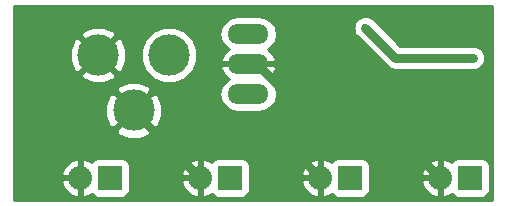
<source format=gbl>
G04 #@! TF.FileFunction,Copper,L2,Bot,Signal*
%FSLAX46Y46*%
G04 Gerber Fmt 4.6, Leading zero omitted, Abs format (unit mm)*
G04 Created by KiCad (PCBNEW 4.0.1-3.201512221402+6198~38~ubuntu14.04.1-stable) date Mon 09 May 2016 07:42:58 PM PDT*
%MOMM*%
G01*
G04 APERTURE LIST*
%ADD10C,0.100000*%
%ADD11R,2.032000X2.032000*%
%ADD12O,2.032000X2.032000*%
%ADD13C,3.500120*%
%ADD14O,3.500120X1.699260*%
%ADD15C,0.685800*%
%ADD16C,0.762000*%
%ADD17C,0.254000*%
G04 APERTURE END LIST*
D10*
D11*
X106680000Y-101600000D03*
D12*
X104140000Y-101600000D03*
D11*
X116840000Y-101600000D03*
D12*
X114300000Y-101600000D03*
D11*
X127000000Y-101600000D03*
D12*
X124460000Y-101600000D03*
D11*
X137160000Y-101600000D03*
D12*
X134620000Y-101600000D03*
D13*
X111663480Y-91186000D03*
X105664000Y-91186000D03*
X108663740Y-95885000D03*
D14*
X118364000Y-91948000D03*
X118364000Y-89408000D03*
X118364000Y-94488000D03*
D15*
X138430000Y-88900000D03*
X130810000Y-97790000D03*
X137414000Y-91440000D03*
X128270000Y-88900000D03*
X134620000Y-91440000D03*
D16*
X122808999Y-97790000D02*
X122808999Y-95639889D01*
X122808999Y-99948999D02*
X122808999Y-97790000D01*
X122808999Y-97790000D02*
X130810000Y-97790000D01*
X130810000Y-97790000D02*
X134620000Y-101600000D01*
X124460000Y-101600000D02*
X122808999Y-99948999D01*
X122808999Y-95639889D02*
X119117110Y-91948000D01*
X119117110Y-91948000D02*
X118618000Y-91948000D01*
X114300000Y-101600000D02*
X111760000Y-99060000D01*
X111760000Y-99060000D02*
X108663740Y-95963740D01*
X118618000Y-91948000D02*
X118118890Y-91948000D01*
X111760000Y-98306890D02*
X111760000Y-99060000D01*
X108663740Y-95963740D02*
X108663740Y-95885000D01*
X137160000Y-91440000D02*
X137414000Y-91440000D01*
X134620000Y-91440000D02*
X137160000Y-91440000D01*
X134620000Y-91440000D02*
X130810000Y-91440000D01*
X130810000Y-91440000D02*
X128270000Y-88900000D01*
D17*
G36*
X138990000Y-103430000D02*
X98500000Y-103430000D01*
X98500000Y-101982946D01*
X102534017Y-101982946D01*
X102802812Y-102568379D01*
X103275182Y-103006385D01*
X103757056Y-103205975D01*
X104013000Y-103086836D01*
X104013000Y-101727000D01*
X102652633Y-101727000D01*
X102534017Y-101982946D01*
X98500000Y-101982946D01*
X98500000Y-101217054D01*
X102534017Y-101217054D01*
X102652633Y-101473000D01*
X104013000Y-101473000D01*
X104013000Y-100113164D01*
X104267000Y-100113164D01*
X104267000Y-101473000D01*
X104287000Y-101473000D01*
X104287000Y-101727000D01*
X104267000Y-101727000D01*
X104267000Y-103086836D01*
X104522944Y-103205975D01*
X105004818Y-103006385D01*
X105102398Y-102915903D01*
X105199910Y-103067441D01*
X105412110Y-103212431D01*
X105664000Y-103263440D01*
X107696000Y-103263440D01*
X107931317Y-103219162D01*
X108147441Y-103080090D01*
X108292431Y-102867890D01*
X108343440Y-102616000D01*
X108343440Y-101982946D01*
X112694017Y-101982946D01*
X112962812Y-102568379D01*
X113435182Y-103006385D01*
X113917056Y-103205975D01*
X114173000Y-103086836D01*
X114173000Y-101727000D01*
X112812633Y-101727000D01*
X112694017Y-101982946D01*
X108343440Y-101982946D01*
X108343440Y-101217054D01*
X112694017Y-101217054D01*
X112812633Y-101473000D01*
X114173000Y-101473000D01*
X114173000Y-100113164D01*
X114427000Y-100113164D01*
X114427000Y-101473000D01*
X114447000Y-101473000D01*
X114447000Y-101727000D01*
X114427000Y-101727000D01*
X114427000Y-103086836D01*
X114682944Y-103205975D01*
X115164818Y-103006385D01*
X115262398Y-102915903D01*
X115359910Y-103067441D01*
X115572110Y-103212431D01*
X115824000Y-103263440D01*
X117856000Y-103263440D01*
X118091317Y-103219162D01*
X118307441Y-103080090D01*
X118452431Y-102867890D01*
X118503440Y-102616000D01*
X118503440Y-101982946D01*
X122854017Y-101982946D01*
X123122812Y-102568379D01*
X123595182Y-103006385D01*
X124077056Y-103205975D01*
X124333000Y-103086836D01*
X124333000Y-101727000D01*
X122972633Y-101727000D01*
X122854017Y-101982946D01*
X118503440Y-101982946D01*
X118503440Y-101217054D01*
X122854017Y-101217054D01*
X122972633Y-101473000D01*
X124333000Y-101473000D01*
X124333000Y-100113164D01*
X124587000Y-100113164D01*
X124587000Y-101473000D01*
X124607000Y-101473000D01*
X124607000Y-101727000D01*
X124587000Y-101727000D01*
X124587000Y-103086836D01*
X124842944Y-103205975D01*
X125324818Y-103006385D01*
X125422398Y-102915903D01*
X125519910Y-103067441D01*
X125732110Y-103212431D01*
X125984000Y-103263440D01*
X128016000Y-103263440D01*
X128251317Y-103219162D01*
X128467441Y-103080090D01*
X128612431Y-102867890D01*
X128663440Y-102616000D01*
X128663440Y-101982946D01*
X133014017Y-101982946D01*
X133282812Y-102568379D01*
X133755182Y-103006385D01*
X134237056Y-103205975D01*
X134493000Y-103086836D01*
X134493000Y-101727000D01*
X133132633Y-101727000D01*
X133014017Y-101982946D01*
X128663440Y-101982946D01*
X128663440Y-101217054D01*
X133014017Y-101217054D01*
X133132633Y-101473000D01*
X134493000Y-101473000D01*
X134493000Y-100113164D01*
X134747000Y-100113164D01*
X134747000Y-101473000D01*
X134767000Y-101473000D01*
X134767000Y-101727000D01*
X134747000Y-101727000D01*
X134747000Y-103086836D01*
X135002944Y-103205975D01*
X135484818Y-103006385D01*
X135582398Y-102915903D01*
X135679910Y-103067441D01*
X135892110Y-103212431D01*
X136144000Y-103263440D01*
X138176000Y-103263440D01*
X138411317Y-103219162D01*
X138627441Y-103080090D01*
X138772431Y-102867890D01*
X138823440Y-102616000D01*
X138823440Y-100584000D01*
X138779162Y-100348683D01*
X138640090Y-100132559D01*
X138427890Y-99987569D01*
X138176000Y-99936560D01*
X136144000Y-99936560D01*
X135908683Y-99980838D01*
X135692559Y-100119910D01*
X135581160Y-100282948D01*
X135484818Y-100193615D01*
X135002944Y-99994025D01*
X134747000Y-100113164D01*
X134493000Y-100113164D01*
X134237056Y-99994025D01*
X133755182Y-100193615D01*
X133282812Y-100631621D01*
X133014017Y-101217054D01*
X128663440Y-101217054D01*
X128663440Y-100584000D01*
X128619162Y-100348683D01*
X128480090Y-100132559D01*
X128267890Y-99987569D01*
X128016000Y-99936560D01*
X125984000Y-99936560D01*
X125748683Y-99980838D01*
X125532559Y-100119910D01*
X125421160Y-100282948D01*
X125324818Y-100193615D01*
X124842944Y-99994025D01*
X124587000Y-100113164D01*
X124333000Y-100113164D01*
X124077056Y-99994025D01*
X123595182Y-100193615D01*
X123122812Y-100631621D01*
X122854017Y-101217054D01*
X118503440Y-101217054D01*
X118503440Y-100584000D01*
X118459162Y-100348683D01*
X118320090Y-100132559D01*
X118107890Y-99987569D01*
X117856000Y-99936560D01*
X115824000Y-99936560D01*
X115588683Y-99980838D01*
X115372559Y-100119910D01*
X115261160Y-100282948D01*
X115164818Y-100193615D01*
X114682944Y-99994025D01*
X114427000Y-100113164D01*
X114173000Y-100113164D01*
X113917056Y-99994025D01*
X113435182Y-100193615D01*
X112962812Y-100631621D01*
X112694017Y-101217054D01*
X108343440Y-101217054D01*
X108343440Y-100584000D01*
X108299162Y-100348683D01*
X108160090Y-100132559D01*
X107947890Y-99987569D01*
X107696000Y-99936560D01*
X105664000Y-99936560D01*
X105428683Y-99980838D01*
X105212559Y-100119910D01*
X105101160Y-100282948D01*
X105004818Y-100193615D01*
X104522944Y-99994025D01*
X104267000Y-100113164D01*
X104013000Y-100113164D01*
X103757056Y-99994025D01*
X103275182Y-100193615D01*
X102802812Y-100631621D01*
X102534017Y-101217054D01*
X98500000Y-101217054D01*
X98500000Y-97579571D01*
X107148774Y-97579571D01*
X107339068Y-97924319D01*
X108220316Y-98276015D01*
X109169072Y-98263701D01*
X109988412Y-97924319D01*
X110178706Y-97579571D01*
X108663740Y-96064605D01*
X107148774Y-97579571D01*
X98500000Y-97579571D01*
X98500000Y-95441576D01*
X106272725Y-95441576D01*
X106285039Y-96390332D01*
X106624421Y-97209672D01*
X106969169Y-97399966D01*
X108484135Y-95885000D01*
X108843345Y-95885000D01*
X110358311Y-97399966D01*
X110703059Y-97209672D01*
X111054755Y-96328424D01*
X111042441Y-95379668D01*
X110703059Y-94560328D01*
X110572026Y-94488000D01*
X115932214Y-94488000D01*
X116045225Y-95056143D01*
X116367052Y-95537792D01*
X116848701Y-95859619D01*
X117416844Y-95972630D01*
X119311156Y-95972630D01*
X119879299Y-95859619D01*
X120360948Y-95537792D01*
X120682775Y-95056143D01*
X120795786Y-94488000D01*
X120682775Y-93919857D01*
X120360948Y-93438208D01*
X120023127Y-93212484D01*
X120404024Y-92907989D01*
X120684649Y-92398810D01*
X120705540Y-92304832D01*
X120584214Y-92075000D01*
X118491000Y-92075000D01*
X118491000Y-92095000D01*
X118237000Y-92095000D01*
X118237000Y-92075000D01*
X116143786Y-92075000D01*
X116022460Y-92304832D01*
X116043351Y-92398810D01*
X116323976Y-92907989D01*
X116704873Y-93212484D01*
X116367052Y-93438208D01*
X116045225Y-93919857D01*
X115932214Y-94488000D01*
X110572026Y-94488000D01*
X110358311Y-94370034D01*
X108843345Y-95885000D01*
X108484135Y-95885000D01*
X106969169Y-94370034D01*
X106624421Y-94560328D01*
X106272725Y-95441576D01*
X98500000Y-95441576D01*
X98500000Y-94190429D01*
X107148774Y-94190429D01*
X108663740Y-95705395D01*
X110178706Y-94190429D01*
X109988412Y-93845681D01*
X109107164Y-93493985D01*
X108158408Y-93506299D01*
X107339068Y-93845681D01*
X107148774Y-94190429D01*
X98500000Y-94190429D01*
X98500000Y-92880571D01*
X104149034Y-92880571D01*
X104339328Y-93225319D01*
X105220576Y-93577015D01*
X106169332Y-93564701D01*
X106988672Y-93225319D01*
X107178966Y-92880571D01*
X105664000Y-91365605D01*
X104149034Y-92880571D01*
X98500000Y-92880571D01*
X98500000Y-90742576D01*
X103272985Y-90742576D01*
X103285299Y-91691332D01*
X103624681Y-92510672D01*
X103969429Y-92700966D01*
X105484395Y-91186000D01*
X105843605Y-91186000D01*
X107358571Y-92700966D01*
X107703319Y-92510672D01*
X108043476Y-91658336D01*
X109278007Y-91658336D01*
X109640346Y-92535263D01*
X110310688Y-93206776D01*
X111186981Y-93570645D01*
X112135816Y-93571473D01*
X113012743Y-93209134D01*
X113684256Y-92538792D01*
X114048125Y-91662499D01*
X114048953Y-90713664D01*
X113686614Y-89836737D01*
X113258625Y-89408000D01*
X115932214Y-89408000D01*
X116045225Y-89976143D01*
X116367052Y-90457792D01*
X116704873Y-90683516D01*
X116323976Y-90988011D01*
X116043351Y-91497190D01*
X116022460Y-91591168D01*
X116143786Y-91821000D01*
X118237000Y-91821000D01*
X118237000Y-91801000D01*
X118491000Y-91801000D01*
X118491000Y-91821000D01*
X120584214Y-91821000D01*
X120705540Y-91591168D01*
X120684649Y-91497190D01*
X120404024Y-90988011D01*
X120023127Y-90683516D01*
X120360948Y-90457792D01*
X120682775Y-89976143D01*
X120795786Y-89408000D01*
X120694739Y-88900000D01*
X127254001Y-88900000D01*
X127291934Y-89090704D01*
X127291931Y-89093663D01*
X127293071Y-89096422D01*
X127331338Y-89288807D01*
X127439362Y-89450476D01*
X127440493Y-89453212D01*
X127442603Y-89455326D01*
X127551580Y-89618420D01*
X130091579Y-92158420D01*
X130310700Y-92304832D01*
X130421194Y-92378662D01*
X130810000Y-92456000D01*
X137414000Y-92456000D01*
X137604706Y-92418066D01*
X137607663Y-92418069D01*
X137610420Y-92416930D01*
X137802806Y-92378662D01*
X137964474Y-92270638D01*
X137967212Y-92269507D01*
X137969327Y-92267396D01*
X138132420Y-92158420D01*
X138240444Y-91996751D01*
X138242540Y-91994659D01*
X138243686Y-91991900D01*
X138352662Y-91828806D01*
X138390595Y-91638104D01*
X138391730Y-91635370D01*
X138391733Y-91632384D01*
X138430000Y-91440000D01*
X138392066Y-91249294D01*
X138392069Y-91246337D01*
X138390930Y-91243580D01*
X138352662Y-91051194D01*
X138244638Y-90889526D01*
X138243507Y-90886788D01*
X138241396Y-90884673D01*
X138132420Y-90721580D01*
X137970751Y-90613556D01*
X137968659Y-90611460D01*
X137965900Y-90610314D01*
X137802806Y-90501338D01*
X137612104Y-90463405D01*
X137609370Y-90462270D01*
X137606384Y-90462267D01*
X137414000Y-90424000D01*
X131230841Y-90424000D01*
X128988420Y-88181580D01*
X128826750Y-88073555D01*
X128824659Y-88071460D01*
X128821901Y-88070315D01*
X128658807Y-87961338D01*
X128468105Y-87923406D01*
X128465370Y-87922270D01*
X128462382Y-87922267D01*
X128270000Y-87884001D01*
X128079296Y-87921934D01*
X128076337Y-87921931D01*
X128073578Y-87923071D01*
X127881193Y-87961338D01*
X127719524Y-88069362D01*
X127716788Y-88070493D01*
X127714674Y-88072603D01*
X127551580Y-88181580D01*
X127443555Y-88343250D01*
X127441460Y-88345341D01*
X127440315Y-88348099D01*
X127331338Y-88511193D01*
X127293406Y-88701895D01*
X127292270Y-88704630D01*
X127292267Y-88707618D01*
X127254001Y-88900000D01*
X120694739Y-88900000D01*
X120682775Y-88839857D01*
X120360948Y-88358208D01*
X119879299Y-88036381D01*
X119311156Y-87923370D01*
X117416844Y-87923370D01*
X116848701Y-88036381D01*
X116367052Y-88358208D01*
X116045225Y-88839857D01*
X115932214Y-89408000D01*
X113258625Y-89408000D01*
X113016272Y-89165224D01*
X112139979Y-88801355D01*
X111191144Y-88800527D01*
X110314217Y-89162866D01*
X109642704Y-89833208D01*
X109278835Y-90709501D01*
X109278007Y-91658336D01*
X108043476Y-91658336D01*
X108055015Y-91629424D01*
X108042701Y-90680668D01*
X107703319Y-89861328D01*
X107358571Y-89671034D01*
X105843605Y-91186000D01*
X105484395Y-91186000D01*
X103969429Y-89671034D01*
X103624681Y-89861328D01*
X103272985Y-90742576D01*
X98500000Y-90742576D01*
X98500000Y-89491429D01*
X104149034Y-89491429D01*
X105664000Y-91006395D01*
X107178966Y-89491429D01*
X106988672Y-89146681D01*
X106107424Y-88794985D01*
X105158668Y-88807299D01*
X104339328Y-89146681D01*
X104149034Y-89491429D01*
X98500000Y-89491429D01*
X98500000Y-87070000D01*
X138990000Y-87070000D01*
X138990000Y-103430000D01*
X138990000Y-103430000D01*
G37*
X138990000Y-103430000D02*
X98500000Y-103430000D01*
X98500000Y-101982946D01*
X102534017Y-101982946D01*
X102802812Y-102568379D01*
X103275182Y-103006385D01*
X103757056Y-103205975D01*
X104013000Y-103086836D01*
X104013000Y-101727000D01*
X102652633Y-101727000D01*
X102534017Y-101982946D01*
X98500000Y-101982946D01*
X98500000Y-101217054D01*
X102534017Y-101217054D01*
X102652633Y-101473000D01*
X104013000Y-101473000D01*
X104013000Y-100113164D01*
X104267000Y-100113164D01*
X104267000Y-101473000D01*
X104287000Y-101473000D01*
X104287000Y-101727000D01*
X104267000Y-101727000D01*
X104267000Y-103086836D01*
X104522944Y-103205975D01*
X105004818Y-103006385D01*
X105102398Y-102915903D01*
X105199910Y-103067441D01*
X105412110Y-103212431D01*
X105664000Y-103263440D01*
X107696000Y-103263440D01*
X107931317Y-103219162D01*
X108147441Y-103080090D01*
X108292431Y-102867890D01*
X108343440Y-102616000D01*
X108343440Y-101982946D01*
X112694017Y-101982946D01*
X112962812Y-102568379D01*
X113435182Y-103006385D01*
X113917056Y-103205975D01*
X114173000Y-103086836D01*
X114173000Y-101727000D01*
X112812633Y-101727000D01*
X112694017Y-101982946D01*
X108343440Y-101982946D01*
X108343440Y-101217054D01*
X112694017Y-101217054D01*
X112812633Y-101473000D01*
X114173000Y-101473000D01*
X114173000Y-100113164D01*
X114427000Y-100113164D01*
X114427000Y-101473000D01*
X114447000Y-101473000D01*
X114447000Y-101727000D01*
X114427000Y-101727000D01*
X114427000Y-103086836D01*
X114682944Y-103205975D01*
X115164818Y-103006385D01*
X115262398Y-102915903D01*
X115359910Y-103067441D01*
X115572110Y-103212431D01*
X115824000Y-103263440D01*
X117856000Y-103263440D01*
X118091317Y-103219162D01*
X118307441Y-103080090D01*
X118452431Y-102867890D01*
X118503440Y-102616000D01*
X118503440Y-101982946D01*
X122854017Y-101982946D01*
X123122812Y-102568379D01*
X123595182Y-103006385D01*
X124077056Y-103205975D01*
X124333000Y-103086836D01*
X124333000Y-101727000D01*
X122972633Y-101727000D01*
X122854017Y-101982946D01*
X118503440Y-101982946D01*
X118503440Y-101217054D01*
X122854017Y-101217054D01*
X122972633Y-101473000D01*
X124333000Y-101473000D01*
X124333000Y-100113164D01*
X124587000Y-100113164D01*
X124587000Y-101473000D01*
X124607000Y-101473000D01*
X124607000Y-101727000D01*
X124587000Y-101727000D01*
X124587000Y-103086836D01*
X124842944Y-103205975D01*
X125324818Y-103006385D01*
X125422398Y-102915903D01*
X125519910Y-103067441D01*
X125732110Y-103212431D01*
X125984000Y-103263440D01*
X128016000Y-103263440D01*
X128251317Y-103219162D01*
X128467441Y-103080090D01*
X128612431Y-102867890D01*
X128663440Y-102616000D01*
X128663440Y-101982946D01*
X133014017Y-101982946D01*
X133282812Y-102568379D01*
X133755182Y-103006385D01*
X134237056Y-103205975D01*
X134493000Y-103086836D01*
X134493000Y-101727000D01*
X133132633Y-101727000D01*
X133014017Y-101982946D01*
X128663440Y-101982946D01*
X128663440Y-101217054D01*
X133014017Y-101217054D01*
X133132633Y-101473000D01*
X134493000Y-101473000D01*
X134493000Y-100113164D01*
X134747000Y-100113164D01*
X134747000Y-101473000D01*
X134767000Y-101473000D01*
X134767000Y-101727000D01*
X134747000Y-101727000D01*
X134747000Y-103086836D01*
X135002944Y-103205975D01*
X135484818Y-103006385D01*
X135582398Y-102915903D01*
X135679910Y-103067441D01*
X135892110Y-103212431D01*
X136144000Y-103263440D01*
X138176000Y-103263440D01*
X138411317Y-103219162D01*
X138627441Y-103080090D01*
X138772431Y-102867890D01*
X138823440Y-102616000D01*
X138823440Y-100584000D01*
X138779162Y-100348683D01*
X138640090Y-100132559D01*
X138427890Y-99987569D01*
X138176000Y-99936560D01*
X136144000Y-99936560D01*
X135908683Y-99980838D01*
X135692559Y-100119910D01*
X135581160Y-100282948D01*
X135484818Y-100193615D01*
X135002944Y-99994025D01*
X134747000Y-100113164D01*
X134493000Y-100113164D01*
X134237056Y-99994025D01*
X133755182Y-100193615D01*
X133282812Y-100631621D01*
X133014017Y-101217054D01*
X128663440Y-101217054D01*
X128663440Y-100584000D01*
X128619162Y-100348683D01*
X128480090Y-100132559D01*
X128267890Y-99987569D01*
X128016000Y-99936560D01*
X125984000Y-99936560D01*
X125748683Y-99980838D01*
X125532559Y-100119910D01*
X125421160Y-100282948D01*
X125324818Y-100193615D01*
X124842944Y-99994025D01*
X124587000Y-100113164D01*
X124333000Y-100113164D01*
X124077056Y-99994025D01*
X123595182Y-100193615D01*
X123122812Y-100631621D01*
X122854017Y-101217054D01*
X118503440Y-101217054D01*
X118503440Y-100584000D01*
X118459162Y-100348683D01*
X118320090Y-100132559D01*
X118107890Y-99987569D01*
X117856000Y-99936560D01*
X115824000Y-99936560D01*
X115588683Y-99980838D01*
X115372559Y-100119910D01*
X115261160Y-100282948D01*
X115164818Y-100193615D01*
X114682944Y-99994025D01*
X114427000Y-100113164D01*
X114173000Y-100113164D01*
X113917056Y-99994025D01*
X113435182Y-100193615D01*
X112962812Y-100631621D01*
X112694017Y-101217054D01*
X108343440Y-101217054D01*
X108343440Y-100584000D01*
X108299162Y-100348683D01*
X108160090Y-100132559D01*
X107947890Y-99987569D01*
X107696000Y-99936560D01*
X105664000Y-99936560D01*
X105428683Y-99980838D01*
X105212559Y-100119910D01*
X105101160Y-100282948D01*
X105004818Y-100193615D01*
X104522944Y-99994025D01*
X104267000Y-100113164D01*
X104013000Y-100113164D01*
X103757056Y-99994025D01*
X103275182Y-100193615D01*
X102802812Y-100631621D01*
X102534017Y-101217054D01*
X98500000Y-101217054D01*
X98500000Y-97579571D01*
X107148774Y-97579571D01*
X107339068Y-97924319D01*
X108220316Y-98276015D01*
X109169072Y-98263701D01*
X109988412Y-97924319D01*
X110178706Y-97579571D01*
X108663740Y-96064605D01*
X107148774Y-97579571D01*
X98500000Y-97579571D01*
X98500000Y-95441576D01*
X106272725Y-95441576D01*
X106285039Y-96390332D01*
X106624421Y-97209672D01*
X106969169Y-97399966D01*
X108484135Y-95885000D01*
X108843345Y-95885000D01*
X110358311Y-97399966D01*
X110703059Y-97209672D01*
X111054755Y-96328424D01*
X111042441Y-95379668D01*
X110703059Y-94560328D01*
X110572026Y-94488000D01*
X115932214Y-94488000D01*
X116045225Y-95056143D01*
X116367052Y-95537792D01*
X116848701Y-95859619D01*
X117416844Y-95972630D01*
X119311156Y-95972630D01*
X119879299Y-95859619D01*
X120360948Y-95537792D01*
X120682775Y-95056143D01*
X120795786Y-94488000D01*
X120682775Y-93919857D01*
X120360948Y-93438208D01*
X120023127Y-93212484D01*
X120404024Y-92907989D01*
X120684649Y-92398810D01*
X120705540Y-92304832D01*
X120584214Y-92075000D01*
X118491000Y-92075000D01*
X118491000Y-92095000D01*
X118237000Y-92095000D01*
X118237000Y-92075000D01*
X116143786Y-92075000D01*
X116022460Y-92304832D01*
X116043351Y-92398810D01*
X116323976Y-92907989D01*
X116704873Y-93212484D01*
X116367052Y-93438208D01*
X116045225Y-93919857D01*
X115932214Y-94488000D01*
X110572026Y-94488000D01*
X110358311Y-94370034D01*
X108843345Y-95885000D01*
X108484135Y-95885000D01*
X106969169Y-94370034D01*
X106624421Y-94560328D01*
X106272725Y-95441576D01*
X98500000Y-95441576D01*
X98500000Y-94190429D01*
X107148774Y-94190429D01*
X108663740Y-95705395D01*
X110178706Y-94190429D01*
X109988412Y-93845681D01*
X109107164Y-93493985D01*
X108158408Y-93506299D01*
X107339068Y-93845681D01*
X107148774Y-94190429D01*
X98500000Y-94190429D01*
X98500000Y-92880571D01*
X104149034Y-92880571D01*
X104339328Y-93225319D01*
X105220576Y-93577015D01*
X106169332Y-93564701D01*
X106988672Y-93225319D01*
X107178966Y-92880571D01*
X105664000Y-91365605D01*
X104149034Y-92880571D01*
X98500000Y-92880571D01*
X98500000Y-90742576D01*
X103272985Y-90742576D01*
X103285299Y-91691332D01*
X103624681Y-92510672D01*
X103969429Y-92700966D01*
X105484395Y-91186000D01*
X105843605Y-91186000D01*
X107358571Y-92700966D01*
X107703319Y-92510672D01*
X108043476Y-91658336D01*
X109278007Y-91658336D01*
X109640346Y-92535263D01*
X110310688Y-93206776D01*
X111186981Y-93570645D01*
X112135816Y-93571473D01*
X113012743Y-93209134D01*
X113684256Y-92538792D01*
X114048125Y-91662499D01*
X114048953Y-90713664D01*
X113686614Y-89836737D01*
X113258625Y-89408000D01*
X115932214Y-89408000D01*
X116045225Y-89976143D01*
X116367052Y-90457792D01*
X116704873Y-90683516D01*
X116323976Y-90988011D01*
X116043351Y-91497190D01*
X116022460Y-91591168D01*
X116143786Y-91821000D01*
X118237000Y-91821000D01*
X118237000Y-91801000D01*
X118491000Y-91801000D01*
X118491000Y-91821000D01*
X120584214Y-91821000D01*
X120705540Y-91591168D01*
X120684649Y-91497190D01*
X120404024Y-90988011D01*
X120023127Y-90683516D01*
X120360948Y-90457792D01*
X120682775Y-89976143D01*
X120795786Y-89408000D01*
X120694739Y-88900000D01*
X127254001Y-88900000D01*
X127291934Y-89090704D01*
X127291931Y-89093663D01*
X127293071Y-89096422D01*
X127331338Y-89288807D01*
X127439362Y-89450476D01*
X127440493Y-89453212D01*
X127442603Y-89455326D01*
X127551580Y-89618420D01*
X130091579Y-92158420D01*
X130310700Y-92304832D01*
X130421194Y-92378662D01*
X130810000Y-92456000D01*
X137414000Y-92456000D01*
X137604706Y-92418066D01*
X137607663Y-92418069D01*
X137610420Y-92416930D01*
X137802806Y-92378662D01*
X137964474Y-92270638D01*
X137967212Y-92269507D01*
X137969327Y-92267396D01*
X138132420Y-92158420D01*
X138240444Y-91996751D01*
X138242540Y-91994659D01*
X138243686Y-91991900D01*
X138352662Y-91828806D01*
X138390595Y-91638104D01*
X138391730Y-91635370D01*
X138391733Y-91632384D01*
X138430000Y-91440000D01*
X138392066Y-91249294D01*
X138392069Y-91246337D01*
X138390930Y-91243580D01*
X138352662Y-91051194D01*
X138244638Y-90889526D01*
X138243507Y-90886788D01*
X138241396Y-90884673D01*
X138132420Y-90721580D01*
X137970751Y-90613556D01*
X137968659Y-90611460D01*
X137965900Y-90610314D01*
X137802806Y-90501338D01*
X137612104Y-90463405D01*
X137609370Y-90462270D01*
X137606384Y-90462267D01*
X137414000Y-90424000D01*
X131230841Y-90424000D01*
X128988420Y-88181580D01*
X128826750Y-88073555D01*
X128824659Y-88071460D01*
X128821901Y-88070315D01*
X128658807Y-87961338D01*
X128468105Y-87923406D01*
X128465370Y-87922270D01*
X128462382Y-87922267D01*
X128270000Y-87884001D01*
X128079296Y-87921934D01*
X128076337Y-87921931D01*
X128073578Y-87923071D01*
X127881193Y-87961338D01*
X127719524Y-88069362D01*
X127716788Y-88070493D01*
X127714674Y-88072603D01*
X127551580Y-88181580D01*
X127443555Y-88343250D01*
X127441460Y-88345341D01*
X127440315Y-88348099D01*
X127331338Y-88511193D01*
X127293406Y-88701895D01*
X127292270Y-88704630D01*
X127292267Y-88707618D01*
X127254001Y-88900000D01*
X120694739Y-88900000D01*
X120682775Y-88839857D01*
X120360948Y-88358208D01*
X119879299Y-88036381D01*
X119311156Y-87923370D01*
X117416844Y-87923370D01*
X116848701Y-88036381D01*
X116367052Y-88358208D01*
X116045225Y-88839857D01*
X115932214Y-89408000D01*
X113258625Y-89408000D01*
X113016272Y-89165224D01*
X112139979Y-88801355D01*
X111191144Y-88800527D01*
X110314217Y-89162866D01*
X109642704Y-89833208D01*
X109278835Y-90709501D01*
X109278007Y-91658336D01*
X108043476Y-91658336D01*
X108055015Y-91629424D01*
X108042701Y-90680668D01*
X107703319Y-89861328D01*
X107358571Y-89671034D01*
X105843605Y-91186000D01*
X105484395Y-91186000D01*
X103969429Y-89671034D01*
X103624681Y-89861328D01*
X103272985Y-90742576D01*
X98500000Y-90742576D01*
X98500000Y-89491429D01*
X104149034Y-89491429D01*
X105664000Y-91006395D01*
X107178966Y-89491429D01*
X106988672Y-89146681D01*
X106107424Y-88794985D01*
X105158668Y-88807299D01*
X104339328Y-89146681D01*
X104149034Y-89491429D01*
X98500000Y-89491429D01*
X98500000Y-87070000D01*
X138990000Y-87070000D01*
X138990000Y-103430000D01*
M02*

</source>
